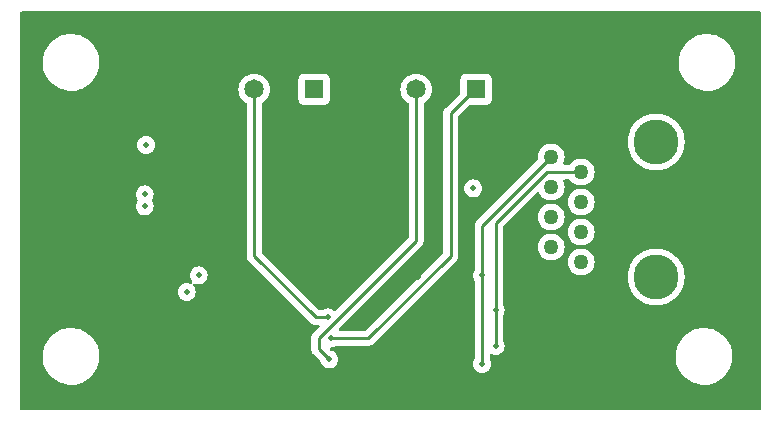
<source format=gbr>
%TF.GenerationSoftware,KiCad,Pcbnew,7.0.1*%
%TF.CreationDate,2023-04-09T11:27:42-07:00*%
%TF.ProjectId,RS485-Module,52533438-352d-44d6-9f64-756c652e6b69,rev?*%
%TF.SameCoordinates,Original*%
%TF.FileFunction,Copper,L4,Bot*%
%TF.FilePolarity,Positive*%
%FSLAX46Y46*%
G04 Gerber Fmt 4.6, Leading zero omitted, Abs format (unit mm)*
G04 Created by KiCad (PCBNEW 7.0.1) date 2023-04-09 11:27:42*
%MOMM*%
%LPD*%
G01*
G04 APERTURE LIST*
%TA.AperFunction,ComponentPad*%
%ADD10C,1.270000*%
%TD*%
%TA.AperFunction,ComponentPad*%
%ADD11C,3.810000*%
%TD*%
%TA.AperFunction,ComponentPad*%
%ADD12R,1.650000X1.650000*%
%TD*%
%TA.AperFunction,ComponentPad*%
%ADD13C,1.650000*%
%TD*%
%TA.AperFunction,ViaPad*%
%ADD14C,0.508000*%
%TD*%
%TA.AperFunction,Conductor*%
%ADD15C,0.254000*%
%TD*%
G04 APERTURE END LIST*
D10*
%TO.P,P4,1*%
%TO.N,Net-(J3-B)*%
X185674000Y-104013000D03*
%TO.P,P4,2*%
%TO.N,Net-(J1-B)*%
X183134000Y-102743000D03*
%TO.P,P4,3*%
%TO.N,unconnected-(P4-Pad3)*%
X185674000Y-101473000D03*
%TO.P,P4,4*%
%TO.N,unconnected-(P4-Pad4)*%
X183134000Y-100203000D03*
%TO.P,P4,5*%
%TO.N,unconnected-(P4-Pad5)*%
X185674000Y-98933000D03*
%TO.P,P4,6*%
%TO.N,unconnected-(P4-Pad6)*%
X183134000Y-97663000D03*
%TO.P,P4,7*%
%TO.N,Net-(J5-B)*%
X185674000Y-96393000D03*
%TO.P,P4,8*%
%TO.N,Net-(J7-B)*%
X183134000Y-95123000D03*
D11*
%TO.P,P4,9*%
%TO.N,N/C*%
X192024000Y-105283000D03*
%TO.P,P4,10*%
X192024000Y-93853000D03*
%TD*%
D12*
%TO.P,P3,1,5*%
%TO.N,Z*%
X176784000Y-89408000D03*
D13*
%TO.P,P3,2,6*%
%TO.N,Y*%
X171704000Y-89408000D03*
%TD*%
D12*
%TO.P,P2,1,5*%
%TO.N,A*%
X163068000Y-89408000D03*
D13*
%TO.P,P2,2,6*%
%TO.N,B*%
X157988000Y-89408000D03*
%TD*%
D14*
%TO.N,3.3V*%
X148717000Y-99314000D03*
X148717000Y-98298000D03*
X153289000Y-105156000D03*
%TO.N,Earth*%
X171831000Y-105283000D03*
%TO.N,Z*%
X164465000Y-110490000D03*
%TO.N,Y*%
X164338000Y-112268000D03*
%TO.N,B*%
X164211000Y-108712000D03*
%TO.N,Earth*%
X165354000Y-97790000D03*
%TO.N,3.3V*%
X176530000Y-97790000D03*
%TO.N,Net-(J7-B)*%
X177292000Y-112649000D03*
%TO.N,Net-(J5-B)*%
X178435000Y-111125000D03*
X178435000Y-108077000D03*
%TO.N,Net-(J7-B)*%
X177292000Y-105156000D03*
%TO.N,Earth*%
X172212000Y-111633000D03*
X152019000Y-113157000D03*
X150749000Y-111252000D03*
X147447000Y-101219000D03*
%TO.N,3.3V*%
X148844000Y-94107000D03*
%TO.N,Earth*%
X150495000Y-106426000D03*
X149225000Y-105156000D03*
%TO.N,3.3V*%
X152273000Y-106553000D03*
%TD*%
D15*
%TO.N,Z*%
X164465000Y-110490000D02*
X167640000Y-110490000D01*
X167640000Y-110490000D02*
X174625000Y-103505000D01*
X174625000Y-103505000D02*
X174625000Y-91440000D01*
X174625000Y-91440000D02*
X176784000Y-89281000D01*
%TO.N,Y*%
X171704000Y-89408000D02*
X171704000Y-102235000D01*
X171704000Y-102235000D02*
X163449000Y-110490000D01*
X163449000Y-110490000D02*
X163449000Y-111379000D01*
X163449000Y-111379000D02*
X164338000Y-112268000D01*
%TO.N,B*%
X163195000Y-108712000D02*
X157988000Y-103505000D01*
X164211000Y-108712000D02*
X163195000Y-108712000D01*
X157988000Y-103505000D02*
X157988000Y-89281000D01*
%TO.N,Net-(J7-B)*%
X177292000Y-112649000D02*
X177292000Y-112522000D01*
X177292000Y-112522000D02*
X177292000Y-105156000D01*
%TO.N,Net-(J5-B)*%
X178435000Y-111125000D02*
X178435000Y-110998000D01*
X178435000Y-110998000D02*
X178435000Y-108077000D01*
X178435000Y-100711000D02*
X182753000Y-96393000D01*
X178435000Y-108077000D02*
X178435000Y-100711000D01*
X182753000Y-96393000D02*
X185674000Y-96393000D01*
%TO.N,Net-(J7-B)*%
X177292000Y-105156000D02*
X177292000Y-100965000D01*
X177292000Y-100965000D02*
X183134000Y-95123000D01*
%TD*%
%TA.AperFunction,Conductor*%
%TO.N,Earth*%
G36*
X200851500Y-82821113D02*
G01*
X200896887Y-82866500D01*
X200913500Y-82928500D01*
X200913500Y-116461500D01*
X200896887Y-116523500D01*
X200851500Y-116568887D01*
X200789500Y-116585500D01*
X138300500Y-116585500D01*
X138238500Y-116568887D01*
X138193113Y-116523500D01*
X138176500Y-116461500D01*
X138176500Y-111936903D01*
X140089794Y-111936903D01*
X140099672Y-112244972D01*
X140148867Y-112549261D01*
X140236570Y-112844760D01*
X140361334Y-113126604D01*
X140361336Y-113126608D01*
X140361337Y-113126609D01*
X140521123Y-113390193D01*
X140713304Y-113631181D01*
X140934724Y-113845614D01*
X141181747Y-114029972D01*
X141450318Y-114181228D01*
X141736025Y-114296899D01*
X142034179Y-114375084D01*
X142339883Y-114414500D01*
X142570974Y-114414500D01*
X142570978Y-114414500D01*
X142620639Y-114411311D01*
X142801601Y-114399693D01*
X143104151Y-114340772D01*
X143396683Y-114243644D01*
X143674393Y-114109907D01*
X143932720Y-113941754D01*
X144167424Y-113741948D01*
X144297298Y-113598941D01*
X144374646Y-113513774D01*
X144374647Y-113513771D01*
X144374650Y-113513769D01*
X144550996Y-113260963D01*
X144693567Y-112987683D01*
X144696970Y-112978437D01*
X144800020Y-112698416D01*
X144859697Y-112436954D01*
X144868609Y-112397908D01*
X144898206Y-112091098D01*
X144888327Y-111783022D01*
X144839133Y-111478739D01*
X144751431Y-111183244D01*
X144744335Y-111167214D01*
X144626665Y-110901395D01*
X144626663Y-110901391D01*
X144466877Y-110637807D01*
X144274696Y-110396819D01*
X144053276Y-110182386D01*
X144034048Y-110168036D01*
X143806256Y-109998030D01*
X143806254Y-109998029D01*
X143806253Y-109998028D01*
X143537682Y-109846772D01*
X143251975Y-109731101D01*
X143017417Y-109669592D01*
X142953818Y-109652915D01*
X142701227Y-109620347D01*
X142648117Y-109613500D01*
X142417026Y-109613500D01*
X142417022Y-109613500D01*
X142186397Y-109628307D01*
X141883854Y-109687226D01*
X141751711Y-109731101D01*
X141591317Y-109784356D01*
X141591314Y-109784357D01*
X141591312Y-109784358D01*
X141313612Y-109918089D01*
X141055274Y-110086249D01*
X140820575Y-110286052D01*
X140613353Y-110514225D01*
X140437002Y-110767039D01*
X140294432Y-111040316D01*
X140187979Y-111329583D01*
X140119390Y-111630092D01*
X140089794Y-111936903D01*
X138176500Y-111936903D01*
X138176500Y-106552999D01*
X151513725Y-106552999D01*
X151532762Y-106721951D01*
X151588918Y-106882437D01*
X151679377Y-107026402D01*
X151799597Y-107146622D01*
X151799599Y-107146623D01*
X151799600Y-107146624D01*
X151943563Y-107237082D01*
X152104046Y-107293237D01*
X152216682Y-107305928D01*
X152272999Y-107312274D01*
X152272999Y-107312273D01*
X152273000Y-107312274D01*
X152441954Y-107293237D01*
X152602437Y-107237082D01*
X152746400Y-107146624D01*
X152866624Y-107026400D01*
X152957082Y-106882437D01*
X153013237Y-106721954D01*
X153032274Y-106553000D01*
X153013237Y-106384046D01*
X152957082Y-106223563D01*
X152866624Y-106079600D01*
X152866623Y-106079599D01*
X152866622Y-106079597D01*
X152832314Y-106045289D01*
X152799753Y-105987906D01*
X152801234Y-105921946D01*
X152836336Y-105866081D01*
X152895122Y-105836128D01*
X152960948Y-105840566D01*
X153033864Y-105866081D01*
X153120045Y-105896237D01*
X153289000Y-105915274D01*
X153457954Y-105896237D01*
X153618437Y-105840082D01*
X153762400Y-105749624D01*
X153882624Y-105629400D01*
X153973082Y-105485437D01*
X154029237Y-105324954D01*
X154048274Y-105156000D01*
X154029237Y-104987046D01*
X153973082Y-104826563D01*
X153882624Y-104682600D01*
X153882623Y-104682599D01*
X153882622Y-104682597D01*
X153762402Y-104562377D01*
X153618437Y-104471918D01*
X153457954Y-104415763D01*
X153457953Y-104415762D01*
X153457951Y-104415762D01*
X153289000Y-104396725D01*
X153120048Y-104415762D01*
X152959562Y-104471918D01*
X152815597Y-104562377D01*
X152695377Y-104682597D01*
X152604918Y-104826562D01*
X152548762Y-104987048D01*
X152529725Y-105155999D01*
X152548762Y-105324951D01*
X152604918Y-105485437D01*
X152695377Y-105629402D01*
X152729685Y-105663710D01*
X152762245Y-105721093D01*
X152760765Y-105787053D01*
X152725663Y-105842918D01*
X152666877Y-105872871D01*
X152601051Y-105868433D01*
X152441954Y-105812763D01*
X152441953Y-105812762D01*
X152441951Y-105812762D01*
X152273000Y-105793725D01*
X152104048Y-105812762D01*
X151943562Y-105868918D01*
X151799597Y-105959377D01*
X151679377Y-106079597D01*
X151588918Y-106223562D01*
X151532762Y-106384048D01*
X151513725Y-106552999D01*
X138176500Y-106552999D01*
X138176500Y-99314000D01*
X147957725Y-99314000D01*
X147976762Y-99482951D01*
X148032918Y-99643437D01*
X148123377Y-99787402D01*
X148243597Y-99907622D01*
X148243599Y-99907623D01*
X148243600Y-99907624D01*
X148387563Y-99998082D01*
X148548046Y-100054237D01*
X148717000Y-100073274D01*
X148885954Y-100054237D01*
X149046437Y-99998082D01*
X149190400Y-99907624D01*
X149310624Y-99787400D01*
X149401082Y-99643437D01*
X149457237Y-99482954D01*
X149476274Y-99314000D01*
X149457237Y-99145046D01*
X149401082Y-98984563D01*
X149330336Y-98871971D01*
X149311330Y-98805999D01*
X149330335Y-98740029D01*
X149401082Y-98627437D01*
X149457237Y-98466954D01*
X149476274Y-98298000D01*
X149457237Y-98129046D01*
X149401082Y-97968563D01*
X149310624Y-97824600D01*
X149310623Y-97824599D01*
X149310622Y-97824597D01*
X149190402Y-97704377D01*
X149046437Y-97613918D01*
X148885951Y-97557762D01*
X148717000Y-97538725D01*
X148548048Y-97557762D01*
X148387562Y-97613918D01*
X148243597Y-97704377D01*
X148123377Y-97824597D01*
X148032918Y-97968562D01*
X147976762Y-98129048D01*
X147957725Y-98297999D01*
X147976762Y-98466951D01*
X148032919Y-98627439D01*
X148103663Y-98740029D01*
X148122669Y-98806000D01*
X148103663Y-98871971D01*
X148032919Y-98984560D01*
X147976762Y-99145048D01*
X147957725Y-99314000D01*
X138176500Y-99314000D01*
X138176500Y-94106999D01*
X148084725Y-94106999D01*
X148103762Y-94275951D01*
X148159918Y-94436437D01*
X148250377Y-94580402D01*
X148370597Y-94700622D01*
X148370599Y-94700623D01*
X148370600Y-94700624D01*
X148514563Y-94791082D01*
X148675046Y-94847237D01*
X148844000Y-94866274D01*
X149012954Y-94847237D01*
X149173437Y-94791082D01*
X149317400Y-94700624D01*
X149437624Y-94580400D01*
X149528082Y-94436437D01*
X149584237Y-94275954D01*
X149603274Y-94107000D01*
X149584237Y-93938046D01*
X149528082Y-93777563D01*
X149437624Y-93633600D01*
X149437623Y-93633599D01*
X149437622Y-93633597D01*
X149317402Y-93513377D01*
X149173437Y-93422918D01*
X149012951Y-93366762D01*
X148844000Y-93347725D01*
X148675048Y-93366762D01*
X148514562Y-93422918D01*
X148370597Y-93513377D01*
X148250377Y-93633597D01*
X148159918Y-93777562D01*
X148103762Y-93938048D01*
X148084725Y-94106999D01*
X138176500Y-94106999D01*
X138176500Y-87044903D01*
X140089794Y-87044903D01*
X140099672Y-87352972D01*
X140148867Y-87657261D01*
X140236570Y-87952760D01*
X140361334Y-88234604D01*
X140361336Y-88234608D01*
X140361337Y-88234609D01*
X140521123Y-88498193D01*
X140713304Y-88739181D01*
X140934724Y-88953614D01*
X141181747Y-89137972D01*
X141450318Y-89289228D01*
X141736025Y-89404899D01*
X142034179Y-89483084D01*
X142339883Y-89522500D01*
X142570974Y-89522500D01*
X142570978Y-89522500D01*
X142620639Y-89519311D01*
X142801601Y-89507693D01*
X143104151Y-89448772D01*
X143226949Y-89408000D01*
X156657436Y-89408000D01*
X156677650Y-89639047D01*
X156685332Y-89667718D01*
X156737680Y-89863079D01*
X156835699Y-90073282D01*
X156968730Y-90263269D01*
X157132731Y-90427270D01*
X157307626Y-90549733D01*
X157346489Y-90594049D01*
X157360500Y-90651306D01*
X157360500Y-103422034D01*
X157358229Y-103442601D01*
X157360439Y-103512919D01*
X157360500Y-103516813D01*
X157360500Y-103544476D01*
X157361006Y-103548484D01*
X157361921Y-103560118D01*
X157363298Y-103603943D01*
X157368916Y-103623278D01*
X157372861Y-103642328D01*
X157375383Y-103662293D01*
X157391519Y-103703049D01*
X157395302Y-103714098D01*
X157407530Y-103756187D01*
X157407531Y-103756189D01*
X157407532Y-103756191D01*
X157417779Y-103773517D01*
X157426338Y-103790989D01*
X157433747Y-103809705D01*
X157459511Y-103845165D01*
X157465925Y-103854929D01*
X157488237Y-103892656D01*
X157502475Y-103906894D01*
X157515108Y-103921686D01*
X157526936Y-103937966D01*
X157560705Y-103965902D01*
X157569346Y-103973765D01*
X162692624Y-109097043D01*
X162705562Y-109113192D01*
X162756845Y-109161350D01*
X162759643Y-109164062D01*
X162779204Y-109183623D01*
X162782385Y-109186090D01*
X162791280Y-109193686D01*
X162823233Y-109223693D01*
X162840331Y-109233092D01*
X162840869Y-109233388D01*
X162857137Y-109244074D01*
X162873036Y-109256407D01*
X162873037Y-109256407D01*
X162873038Y-109256408D01*
X162913270Y-109273818D01*
X162923745Y-109278949D01*
X162962166Y-109300072D01*
X162981666Y-109305078D01*
X163000063Y-109311377D01*
X163018541Y-109319374D01*
X163061840Y-109326231D01*
X163073267Y-109328597D01*
X163115728Y-109339500D01*
X163135859Y-109339500D01*
X163155255Y-109341026D01*
X163175133Y-109344175D01*
X163214928Y-109340413D01*
X163218770Y-109340050D01*
X163230439Y-109339500D01*
X163412719Y-109339500D01*
X163469014Y-109353015D01*
X163513037Y-109390615D01*
X163535192Y-109444102D01*
X163530650Y-109501818D01*
X163500400Y-109551181D01*
X163063954Y-109987625D01*
X163047806Y-110000563D01*
X162999646Y-110051847D01*
X162996940Y-110054640D01*
X162977374Y-110074207D01*
X162974899Y-110077398D01*
X162967317Y-110086275D01*
X162937306Y-110118234D01*
X162927606Y-110135877D01*
X162916928Y-110152133D01*
X162904592Y-110168036D01*
X162887185Y-110208262D01*
X162882047Y-110218750D01*
X162860927Y-110257166D01*
X162855919Y-110276670D01*
X162849619Y-110295069D01*
X162841625Y-110313542D01*
X162834769Y-110356831D01*
X162832401Y-110368267D01*
X162821500Y-110410728D01*
X162821500Y-110430859D01*
X162819973Y-110450258D01*
X162816825Y-110470131D01*
X162820950Y-110513770D01*
X162821500Y-110525439D01*
X162821500Y-111296034D01*
X162819229Y-111316601D01*
X162821439Y-111386919D01*
X162821500Y-111390813D01*
X162821500Y-111418476D01*
X162822006Y-111422484D01*
X162822921Y-111434118D01*
X162824298Y-111477943D01*
X162829916Y-111497278D01*
X162833861Y-111516328D01*
X162836383Y-111536293D01*
X162852519Y-111577049D01*
X162856302Y-111588098D01*
X162868530Y-111630187D01*
X162868531Y-111630189D01*
X162868532Y-111630191D01*
X162878779Y-111647517D01*
X162887338Y-111664989D01*
X162894747Y-111683705D01*
X162920511Y-111719165D01*
X162926925Y-111728929D01*
X162949237Y-111766656D01*
X162963475Y-111780894D01*
X162976108Y-111795686D01*
X162987936Y-111811966D01*
X163021705Y-111839902D01*
X163030346Y-111847765D01*
X163566030Y-112383449D01*
X163595390Y-112430175D01*
X163653916Y-112597434D01*
X163744377Y-112741402D01*
X163864597Y-112861622D01*
X163864599Y-112861623D01*
X163864600Y-112861624D01*
X164008563Y-112952082D01*
X164169046Y-113008237D01*
X164338000Y-113027274D01*
X164506954Y-113008237D01*
X164667437Y-112952082D01*
X164811400Y-112861624D01*
X164931624Y-112741400D01*
X164989683Y-112649000D01*
X176532725Y-112649000D01*
X176551762Y-112817951D01*
X176607918Y-112978437D01*
X176698377Y-113122402D01*
X176818597Y-113242622D01*
X176818599Y-113242623D01*
X176818600Y-113242624D01*
X176962563Y-113333082D01*
X177123046Y-113389237D01*
X177292000Y-113408274D01*
X177460954Y-113389237D01*
X177621437Y-113333082D01*
X177765400Y-113242624D01*
X177885624Y-113122400D01*
X177976082Y-112978437D01*
X178032237Y-112817954D01*
X178051274Y-112649000D01*
X178032237Y-112480046D01*
X177976082Y-112319563D01*
X177938505Y-112259760D01*
X177919500Y-112193789D01*
X177919500Y-111936903D01*
X193683794Y-111936903D01*
X193693672Y-112244972D01*
X193742867Y-112549261D01*
X193830570Y-112844760D01*
X193955334Y-113126604D01*
X193955336Y-113126608D01*
X193955337Y-113126609D01*
X194115123Y-113390193D01*
X194307304Y-113631181D01*
X194528724Y-113845614D01*
X194775747Y-114029972D01*
X195044318Y-114181228D01*
X195330025Y-114296899D01*
X195628179Y-114375084D01*
X195933883Y-114414500D01*
X196164974Y-114414500D01*
X196164978Y-114414500D01*
X196214639Y-114411311D01*
X196395601Y-114399693D01*
X196698151Y-114340772D01*
X196990683Y-114243644D01*
X197268393Y-114109907D01*
X197526720Y-113941754D01*
X197761424Y-113741948D01*
X197891298Y-113598941D01*
X197968646Y-113513774D01*
X197968647Y-113513771D01*
X197968650Y-113513769D01*
X198144996Y-113260963D01*
X198287567Y-112987683D01*
X198290970Y-112978437D01*
X198394020Y-112698416D01*
X198453697Y-112436954D01*
X198462609Y-112397908D01*
X198492206Y-112091098D01*
X198482327Y-111783022D01*
X198433133Y-111478739D01*
X198345431Y-111183244D01*
X198338335Y-111167214D01*
X198220665Y-110901395D01*
X198220663Y-110901391D01*
X198060877Y-110637807D01*
X197868696Y-110396819D01*
X197647276Y-110182386D01*
X197628048Y-110168036D01*
X197400256Y-109998030D01*
X197400254Y-109998029D01*
X197400253Y-109998028D01*
X197131682Y-109846772D01*
X196845975Y-109731101D01*
X196611417Y-109669592D01*
X196547818Y-109652915D01*
X196295227Y-109620347D01*
X196242117Y-109613500D01*
X196011026Y-109613500D01*
X196011022Y-109613500D01*
X195780397Y-109628307D01*
X195477854Y-109687226D01*
X195345711Y-109731101D01*
X195185317Y-109784356D01*
X195185314Y-109784357D01*
X195185312Y-109784358D01*
X194907612Y-109918089D01*
X194649274Y-110086249D01*
X194414575Y-110286052D01*
X194207353Y-110514225D01*
X194031002Y-110767039D01*
X193888432Y-111040316D01*
X193781979Y-111329583D01*
X193713390Y-111630092D01*
X193683794Y-111936903D01*
X177919500Y-111936903D01*
X177919500Y-111916532D01*
X177936697Y-111853531D01*
X177983518Y-111808005D01*
X178046977Y-111792581D01*
X178091778Y-111806171D01*
X178092375Y-111804467D01*
X178105561Y-111809081D01*
X178105563Y-111809082D01*
X178266046Y-111865237D01*
X178435000Y-111884274D01*
X178603954Y-111865237D01*
X178764437Y-111809082D01*
X178908400Y-111718624D01*
X179028624Y-111598400D01*
X179119082Y-111454437D01*
X179175237Y-111293954D01*
X179194274Y-111125000D01*
X179175237Y-110956046D01*
X179119082Y-110795563D01*
X179081505Y-110735760D01*
X179062500Y-110669789D01*
X179062500Y-108532211D01*
X179081506Y-108466239D01*
X179119082Y-108406437D01*
X179175237Y-108245954D01*
X179194274Y-108077000D01*
X179175237Y-107908046D01*
X179119082Y-107747563D01*
X179081505Y-107687760D01*
X179062500Y-107621789D01*
X179062500Y-105283000D01*
X189613743Y-105283000D01*
X189632749Y-105585079D01*
X189689467Y-105882409D01*
X189753538Y-106079597D01*
X189783001Y-106170274D01*
X189911877Y-106444150D01*
X190074062Y-106699713D01*
X190218764Y-106874628D01*
X190266998Y-106932933D01*
X190487646Y-107140136D01*
X190732519Y-107318046D01*
X190997761Y-107463864D01*
X190997763Y-107463865D01*
X191279190Y-107575290D01*
X191572363Y-107650564D01*
X191796784Y-107678914D01*
X191872657Y-107688500D01*
X191872659Y-107688500D01*
X192175341Y-107688500D01*
X192175343Y-107688500D01*
X192242704Y-107679989D01*
X192475637Y-107650564D01*
X192768810Y-107575290D01*
X193050237Y-107463865D01*
X193315480Y-107318046D01*
X193315479Y-107318046D01*
X193560353Y-107140136D01*
X193584323Y-107117625D01*
X193781001Y-106932934D01*
X193973938Y-106699713D01*
X194136123Y-106444150D01*
X194264999Y-106170274D01*
X194358533Y-105882406D01*
X194415250Y-105585085D01*
X194434256Y-105283000D01*
X194415250Y-104980915D01*
X194358533Y-104683594D01*
X194264999Y-104395726D01*
X194136123Y-104121850D01*
X193973938Y-103866287D01*
X193781001Y-103633066D01*
X193746911Y-103601053D01*
X193560353Y-103425863D01*
X193315480Y-103247953D01*
X193050238Y-103102135D01*
X192768807Y-102990709D01*
X192475638Y-102915436D01*
X192175343Y-102877500D01*
X192175341Y-102877500D01*
X191872659Y-102877500D01*
X191872657Y-102877500D01*
X191572361Y-102915436D01*
X191279192Y-102990709D01*
X190997761Y-103102135D01*
X190732519Y-103247953D01*
X190487646Y-103425863D01*
X190266998Y-103633066D01*
X190083458Y-103854929D01*
X190074062Y-103866287D01*
X189990669Y-103997694D01*
X189911877Y-104121850D01*
X189782999Y-104395730D01*
X189689467Y-104683590D01*
X189632749Y-104980920D01*
X189613743Y-105283000D01*
X179062500Y-105283000D01*
X179062500Y-104012999D01*
X184533635Y-104012999D01*
X184553051Y-104222544D01*
X184610640Y-104424947D01*
X184704439Y-104613322D01*
X184831260Y-104781260D01*
X184986774Y-104923029D01*
X184986776Y-104923030D01*
X184986777Y-104923031D01*
X185165696Y-105033813D01*
X185361924Y-105109832D01*
X185568780Y-105148500D01*
X185779218Y-105148500D01*
X185779220Y-105148500D01*
X185986076Y-105109832D01*
X186182304Y-105033813D01*
X186361223Y-104923031D01*
X186516740Y-104781259D01*
X186643558Y-104613325D01*
X186643558Y-104613323D01*
X186643560Y-104613322D01*
X186737359Y-104424947D01*
X186794948Y-104222544D01*
X186797763Y-104192156D01*
X186814365Y-104013000D01*
X186798319Y-103839832D01*
X186794948Y-103803455D01*
X186737359Y-103601052D01*
X186643560Y-103412677D01*
X186516739Y-103244739D01*
X186361225Y-103102970D01*
X186182304Y-102992187D01*
X186079968Y-102952542D01*
X185986076Y-102916168D01*
X185779220Y-102877500D01*
X185568780Y-102877500D01*
X185365840Y-102915436D01*
X185361924Y-102916168D01*
X185165695Y-102992187D01*
X184986774Y-103102970D01*
X184831260Y-103244739D01*
X184704439Y-103412677D01*
X184610640Y-103601052D01*
X184553051Y-103803455D01*
X184533635Y-104012999D01*
X179062500Y-104012999D01*
X179062500Y-102743000D01*
X181993635Y-102743000D01*
X182013051Y-102952544D01*
X182070640Y-103154947D01*
X182164439Y-103343322D01*
X182291260Y-103511260D01*
X182446774Y-103653029D01*
X182446776Y-103653030D01*
X182446777Y-103653031D01*
X182625696Y-103763813D01*
X182821924Y-103839832D01*
X183028780Y-103878500D01*
X183239218Y-103878500D01*
X183239220Y-103878500D01*
X183446076Y-103839832D01*
X183642304Y-103763813D01*
X183821223Y-103653031D01*
X183976740Y-103511259D01*
X184103558Y-103343325D01*
X184103558Y-103343323D01*
X184103560Y-103343322D01*
X184197359Y-103154947D01*
X184254948Y-102952544D01*
X184258386Y-102915436D01*
X184274365Y-102743000D01*
X184258319Y-102569832D01*
X184254948Y-102533455D01*
X184197359Y-102331052D01*
X184103560Y-102142677D01*
X183976739Y-101974739D01*
X183821225Y-101832970D01*
X183642304Y-101722187D01*
X183539968Y-101682542D01*
X183446076Y-101646168D01*
X183239220Y-101607500D01*
X183028780Y-101607500D01*
X182821924Y-101646167D01*
X182821924Y-101646168D01*
X182625695Y-101722187D01*
X182446774Y-101832970D01*
X182291260Y-101974739D01*
X182164439Y-102142677D01*
X182070640Y-102331052D01*
X182013051Y-102533455D01*
X181993635Y-102743000D01*
X179062500Y-102743000D01*
X179062500Y-101473000D01*
X184533635Y-101473000D01*
X184553051Y-101682544D01*
X184610640Y-101884947D01*
X184704439Y-102073322D01*
X184831260Y-102241260D01*
X184986774Y-102383029D01*
X184986776Y-102383030D01*
X184986777Y-102383031D01*
X185165696Y-102493813D01*
X185361924Y-102569832D01*
X185568780Y-102608500D01*
X185779218Y-102608500D01*
X185779220Y-102608500D01*
X185986076Y-102569832D01*
X186182304Y-102493813D01*
X186361223Y-102383031D01*
X186516740Y-102241259D01*
X186643558Y-102073325D01*
X186643558Y-102073323D01*
X186643560Y-102073322D01*
X186737359Y-101884947D01*
X186794948Y-101682544D01*
X186798319Y-101646168D01*
X186814365Y-101473000D01*
X186798319Y-101299832D01*
X186794948Y-101263455D01*
X186737359Y-101061052D01*
X186643560Y-100872677D01*
X186516739Y-100704739D01*
X186361225Y-100562970D01*
X186182304Y-100452187D01*
X186079968Y-100412542D01*
X185986076Y-100376168D01*
X185779220Y-100337500D01*
X185568780Y-100337500D01*
X185361923Y-100376168D01*
X185361924Y-100376168D01*
X185165695Y-100452187D01*
X184986774Y-100562970D01*
X184831260Y-100704739D01*
X184704439Y-100872677D01*
X184610640Y-101061052D01*
X184553051Y-101263455D01*
X184533635Y-101473000D01*
X179062500Y-101473000D01*
X179062500Y-101022281D01*
X179071939Y-100974828D01*
X179098819Y-100934600D01*
X179695919Y-100337500D01*
X179830420Y-100202999D01*
X181993635Y-100202999D01*
X182013051Y-100412544D01*
X182070640Y-100614947D01*
X182164439Y-100803322D01*
X182291260Y-100971260D01*
X182446774Y-101113029D01*
X182446776Y-101113030D01*
X182446777Y-101113031D01*
X182625696Y-101223813D01*
X182821924Y-101299832D01*
X183028780Y-101338500D01*
X183239218Y-101338500D01*
X183239220Y-101338500D01*
X183446076Y-101299832D01*
X183642304Y-101223813D01*
X183821223Y-101113031D01*
X183976740Y-100971259D01*
X184103558Y-100803325D01*
X184103558Y-100803323D01*
X184103560Y-100803322D01*
X184197359Y-100614947D01*
X184254948Y-100412544D01*
X184258319Y-100376168D01*
X184274365Y-100203000D01*
X184258319Y-100029832D01*
X184254948Y-99993455D01*
X184197359Y-99791052D01*
X184103560Y-99602677D01*
X183976739Y-99434739D01*
X183821225Y-99292970D01*
X183642304Y-99182187D01*
X183546437Y-99145048D01*
X183446076Y-99106168D01*
X183239220Y-99067500D01*
X183028780Y-99067500D01*
X182821924Y-99106167D01*
X182821924Y-99106168D01*
X182625695Y-99182187D01*
X182446774Y-99292970D01*
X182291260Y-99434739D01*
X182164439Y-99602677D01*
X182070640Y-99791052D01*
X182013051Y-99993455D01*
X181993635Y-100202999D01*
X179830420Y-100202999D01*
X181100419Y-98932999D01*
X184533635Y-98932999D01*
X184553051Y-99142544D01*
X184610640Y-99344947D01*
X184704439Y-99533322D01*
X184831260Y-99701260D01*
X184986774Y-99843029D01*
X184986776Y-99843030D01*
X184986777Y-99843031D01*
X185165696Y-99953813D01*
X185361924Y-100029832D01*
X185568780Y-100068500D01*
X185779218Y-100068500D01*
X185779220Y-100068500D01*
X185986076Y-100029832D01*
X186182304Y-99953813D01*
X186361223Y-99843031D01*
X186516740Y-99701259D01*
X186643558Y-99533325D01*
X186643558Y-99533323D01*
X186643560Y-99533322D01*
X186737359Y-99344947D01*
X186794948Y-99142544D01*
X186798319Y-99106168D01*
X186814365Y-98933000D01*
X186799501Y-98772598D01*
X186794948Y-98723455D01*
X186737359Y-98521052D01*
X186643560Y-98332677D01*
X186516739Y-98164739D01*
X186361225Y-98022970D01*
X186182304Y-97912187D01*
X186079968Y-97872542D01*
X185986076Y-97836168D01*
X185779220Y-97797500D01*
X185568780Y-97797500D01*
X185361924Y-97836167D01*
X185361924Y-97836168D01*
X185165695Y-97912187D01*
X184986774Y-98022970D01*
X184831260Y-98164739D01*
X184704439Y-98332677D01*
X184610640Y-98521052D01*
X184553051Y-98723455D01*
X184533635Y-98932999D01*
X181100419Y-98932999D01*
X181911492Y-98121925D01*
X181961125Y-98091589D01*
X182019134Y-98087226D01*
X182072750Y-98109797D01*
X182110171Y-98154336D01*
X182164441Y-98263324D01*
X182291260Y-98431260D01*
X182446774Y-98573029D01*
X182446776Y-98573030D01*
X182446777Y-98573031D01*
X182625696Y-98683813D01*
X182821924Y-98759832D01*
X183028780Y-98798500D01*
X183239218Y-98798500D01*
X183239220Y-98798500D01*
X183446076Y-98759832D01*
X183642304Y-98683813D01*
X183821223Y-98573031D01*
X183976740Y-98431259D01*
X184103558Y-98263325D01*
X184103558Y-98263323D01*
X184103560Y-98263322D01*
X184197359Y-98074947D01*
X184254948Y-97872544D01*
X184259391Y-97824597D01*
X184274365Y-97663000D01*
X184258319Y-97489832D01*
X184254948Y-97453455D01*
X184197360Y-97251055D01*
X184171824Y-97199772D01*
X184158956Y-97138774D01*
X184177397Y-97079223D01*
X184222485Y-97036171D01*
X184282824Y-97020500D01*
X184663219Y-97020500D01*
X184718491Y-97033500D01*
X184762173Y-97069773D01*
X184831260Y-97161260D01*
X184986774Y-97303029D01*
X184986776Y-97303030D01*
X184986777Y-97303031D01*
X185165696Y-97413813D01*
X185361924Y-97489832D01*
X185568780Y-97528500D01*
X185779218Y-97528500D01*
X185779220Y-97528500D01*
X185986076Y-97489832D01*
X186182304Y-97413813D01*
X186361223Y-97303031D01*
X186516740Y-97161259D01*
X186643558Y-96993325D01*
X186643558Y-96993323D01*
X186643560Y-96993322D01*
X186737359Y-96804947D01*
X186794948Y-96602544D01*
X186797763Y-96572156D01*
X186814365Y-96393000D01*
X186794948Y-96183458D01*
X186794948Y-96183455D01*
X186737359Y-95981052D01*
X186643560Y-95792677D01*
X186516739Y-95624739D01*
X186361225Y-95482970D01*
X186182304Y-95372187D01*
X186079968Y-95332542D01*
X185986076Y-95296168D01*
X185779220Y-95257500D01*
X185568780Y-95257500D01*
X185361923Y-95296168D01*
X185361924Y-95296168D01*
X185165695Y-95372187D01*
X184986774Y-95482970D01*
X184831260Y-95624739D01*
X184762173Y-95716227D01*
X184718491Y-95752500D01*
X184663219Y-95765500D01*
X184282824Y-95765500D01*
X184222485Y-95749829D01*
X184177397Y-95706777D01*
X184158956Y-95647226D01*
X184171824Y-95586228D01*
X184197360Y-95534944D01*
X184254948Y-95332544D01*
X184260770Y-95269713D01*
X184274365Y-95123000D01*
X184254948Y-94913458D01*
X184254948Y-94913455D01*
X184197359Y-94711052D01*
X184103560Y-94522677D01*
X183976739Y-94354739D01*
X183821225Y-94212970D01*
X183642304Y-94102187D01*
X183642303Y-94102186D01*
X183446076Y-94026168D01*
X183239220Y-93987500D01*
X183028780Y-93987500D01*
X182821924Y-94026167D01*
X182821924Y-94026168D01*
X182625695Y-94102187D01*
X182446774Y-94212970D01*
X182291260Y-94354739D01*
X182164439Y-94522677D01*
X182070640Y-94711052D01*
X182013051Y-94913455D01*
X181993635Y-95122999D01*
X182009715Y-95296532D01*
X182002874Y-95350084D01*
X181973925Y-95395654D01*
X176906954Y-100462625D01*
X176890806Y-100475563D01*
X176842646Y-100526847D01*
X176839940Y-100529640D01*
X176820374Y-100549207D01*
X176817899Y-100552398D01*
X176810317Y-100561275D01*
X176780306Y-100593234D01*
X176770606Y-100610877D01*
X176759928Y-100627133D01*
X176747592Y-100643036D01*
X176730185Y-100683262D01*
X176725047Y-100693750D01*
X176703927Y-100732166D01*
X176698919Y-100751670D01*
X176692619Y-100770069D01*
X176684625Y-100788542D01*
X176677769Y-100831831D01*
X176675401Y-100843267D01*
X176664500Y-100885728D01*
X176664500Y-100905859D01*
X176662973Y-100925258D01*
X176659825Y-100945131D01*
X176663950Y-100988770D01*
X176664500Y-101000439D01*
X176664500Y-104700789D01*
X176645494Y-104766761D01*
X176607918Y-104826562D01*
X176551762Y-104987048D01*
X176532725Y-105155999D01*
X176551762Y-105324951D01*
X176607918Y-105485437D01*
X176645494Y-105545239D01*
X176664500Y-105611211D01*
X176664500Y-112193789D01*
X176645494Y-112259761D01*
X176607918Y-112319562D01*
X176551762Y-112480048D01*
X176532725Y-112649000D01*
X164989683Y-112649000D01*
X165022082Y-112597437D01*
X165078237Y-112436954D01*
X165097274Y-112268000D01*
X165078237Y-112099046D01*
X165022082Y-111938563D01*
X164931624Y-111794600D01*
X164931623Y-111794599D01*
X164931622Y-111794597D01*
X164811402Y-111674377D01*
X164667434Y-111583916D01*
X164500175Y-111525390D01*
X164453449Y-111496030D01*
X164414921Y-111457502D01*
X164381711Y-111397414D01*
X164385561Y-111328866D01*
X164425289Y-111272874D01*
X164488717Y-111246601D01*
X164633954Y-111230237D01*
X164794437Y-111174082D01*
X164854239Y-111136505D01*
X164920211Y-111117500D01*
X167557034Y-111117500D01*
X167577601Y-111119770D01*
X167580475Y-111119679D01*
X167580477Y-111119680D01*
X167647918Y-111117561D01*
X167651813Y-111117500D01*
X167679474Y-111117500D01*
X167679476Y-111117500D01*
X167683470Y-111116995D01*
X167695114Y-111116077D01*
X167738943Y-111114701D01*
X167758280Y-111109082D01*
X167777321Y-111105138D01*
X167797293Y-111102616D01*
X167838055Y-111086476D01*
X167849092Y-111082698D01*
X167891191Y-111070468D01*
X167908510Y-111060224D01*
X167925994Y-111051659D01*
X167944703Y-111044253D01*
X167980168Y-111018485D01*
X167989915Y-111012081D01*
X168027656Y-110989763D01*
X168041892Y-110975526D01*
X168056679Y-110962896D01*
X168072967Y-110951063D01*
X168100904Y-110917290D01*
X168108756Y-110908661D01*
X175010044Y-104007373D01*
X175026190Y-103994439D01*
X175028159Y-103992341D01*
X175028162Y-103992340D01*
X175074383Y-103943118D01*
X175077001Y-103940416D01*
X175096623Y-103920796D01*
X175099100Y-103917601D01*
X175106681Y-103908724D01*
X175136693Y-103876767D01*
X175146392Y-103859122D01*
X175157071Y-103842864D01*
X175169408Y-103826962D01*
X175186815Y-103786734D01*
X175191951Y-103776251D01*
X175213072Y-103737834D01*
X175218077Y-103718340D01*
X175224383Y-103699923D01*
X175232373Y-103681460D01*
X175232372Y-103681460D01*
X175232374Y-103681458D01*
X175239231Y-103638155D01*
X175241596Y-103626736D01*
X175252500Y-103584272D01*
X175252500Y-103564142D01*
X175254027Y-103544743D01*
X175254123Y-103544134D01*
X175257175Y-103524867D01*
X175253050Y-103481230D01*
X175252500Y-103469561D01*
X175252500Y-97790000D01*
X175770725Y-97790000D01*
X175789762Y-97958951D01*
X175845918Y-98119437D01*
X175936377Y-98263402D01*
X176056597Y-98383622D01*
X176056599Y-98383623D01*
X176056600Y-98383624D01*
X176200563Y-98474082D01*
X176361046Y-98530237D01*
X176530000Y-98549274D01*
X176698954Y-98530237D01*
X176859437Y-98474082D01*
X177003400Y-98383624D01*
X177123624Y-98263400D01*
X177214082Y-98119437D01*
X177270237Y-97958954D01*
X177289274Y-97790000D01*
X177270237Y-97621046D01*
X177214082Y-97460563D01*
X177123624Y-97316600D01*
X177123623Y-97316599D01*
X177123622Y-97316597D01*
X177003402Y-97196377D01*
X176859437Y-97105918D01*
X176698951Y-97049762D01*
X176530000Y-97030725D01*
X176361048Y-97049762D01*
X176200562Y-97105918D01*
X176056597Y-97196377D01*
X175936377Y-97316597D01*
X175845918Y-97460562D01*
X175789762Y-97621048D01*
X175770725Y-97790000D01*
X175252500Y-97790000D01*
X175252500Y-93852999D01*
X189613743Y-93852999D01*
X189632749Y-94155079D01*
X189689467Y-94452409D01*
X189782999Y-94740269D01*
X189783001Y-94740274D01*
X189911877Y-95014150D01*
X190074062Y-95269713D01*
X190158836Y-95372187D01*
X190266998Y-95502933D01*
X190487646Y-95710136D01*
X190732519Y-95888046D01*
X190997761Y-96033864D01*
X190997763Y-96033865D01*
X191279190Y-96145290D01*
X191572363Y-96220564D01*
X191796785Y-96248914D01*
X191872657Y-96258500D01*
X191872659Y-96258500D01*
X192175341Y-96258500D01*
X192175343Y-96258500D01*
X192242704Y-96249989D01*
X192475637Y-96220564D01*
X192768810Y-96145290D01*
X193050237Y-96033865D01*
X193315480Y-95888046D01*
X193315479Y-95888046D01*
X193560353Y-95710136D01*
X193651289Y-95624741D01*
X193781001Y-95502934D01*
X193973938Y-95269713D01*
X194136123Y-95014150D01*
X194264999Y-94740274D01*
X194358533Y-94452406D01*
X194415250Y-94155085D01*
X194434256Y-93853000D01*
X194415250Y-93550915D01*
X194358533Y-93253594D01*
X194264999Y-92965726D01*
X194136123Y-92691850D01*
X193973938Y-92436287D01*
X193781001Y-92203066D01*
X193560353Y-91995863D01*
X193315480Y-91817953D01*
X193050238Y-91672135D01*
X192768807Y-91560709D01*
X192475638Y-91485436D01*
X192175343Y-91447500D01*
X192175341Y-91447500D01*
X191872659Y-91447500D01*
X191872657Y-91447500D01*
X191572361Y-91485436D01*
X191279192Y-91560709D01*
X190997761Y-91672135D01*
X190732519Y-91817953D01*
X190487646Y-91995863D01*
X190266998Y-92203066D01*
X190074065Y-92436283D01*
X189911877Y-92691850D01*
X189782999Y-92965730D01*
X189689467Y-93253590D01*
X189632749Y-93550920D01*
X189613743Y-93852999D01*
X175252500Y-93852999D01*
X175252500Y-91751281D01*
X175261939Y-91703828D01*
X175288819Y-91663600D01*
X176182600Y-90769818D01*
X176222828Y-90742938D01*
X176270281Y-90733499D01*
X177656870Y-90733499D01*
X177656872Y-90733499D01*
X177716483Y-90727091D01*
X177851331Y-90676796D01*
X177966546Y-90590546D01*
X178052796Y-90475331D01*
X178103091Y-90340483D01*
X178109500Y-90280873D01*
X178109499Y-88535128D01*
X178103091Y-88475517D01*
X178052796Y-88340669D01*
X177966546Y-88225454D01*
X177851331Y-88139204D01*
X177716483Y-88088909D01*
X177656873Y-88082500D01*
X177656869Y-88082500D01*
X175911130Y-88082500D01*
X175851515Y-88088909D01*
X175716669Y-88139204D01*
X175601454Y-88225454D01*
X175515204Y-88340668D01*
X175464909Y-88475516D01*
X175458500Y-88535131D01*
X175458500Y-89667718D01*
X175449061Y-89715171D01*
X175422181Y-89755399D01*
X174239954Y-90937625D01*
X174223806Y-90950563D01*
X174175646Y-91001847D01*
X174172940Y-91004640D01*
X174153374Y-91024207D01*
X174150899Y-91027398D01*
X174143317Y-91036275D01*
X174113306Y-91068234D01*
X174103606Y-91085877D01*
X174092928Y-91102133D01*
X174080592Y-91118036D01*
X174063185Y-91158262D01*
X174058047Y-91168750D01*
X174036927Y-91207166D01*
X174031919Y-91226670D01*
X174025619Y-91245069D01*
X174017625Y-91263542D01*
X174010769Y-91306831D01*
X174008401Y-91318267D01*
X173997500Y-91360728D01*
X173997500Y-91380859D01*
X173995973Y-91400258D01*
X173992825Y-91420131D01*
X173996950Y-91463770D01*
X173997500Y-91475439D01*
X173997500Y-103193719D01*
X173988061Y-103241172D01*
X173961181Y-103281400D01*
X167416400Y-109826181D01*
X167376172Y-109853061D01*
X167328719Y-109862500D01*
X165263281Y-109862500D01*
X165206986Y-109848985D01*
X165162963Y-109811385D01*
X165140808Y-109757898D01*
X165145350Y-109700182D01*
X165175600Y-109650819D01*
X166873694Y-107952725D01*
X172089044Y-102737373D01*
X172105190Y-102724439D01*
X172107159Y-102722341D01*
X172107162Y-102722340D01*
X172153383Y-102673118D01*
X172156001Y-102670416D01*
X172175623Y-102650796D01*
X172178100Y-102647601D01*
X172185681Y-102638724D01*
X172215693Y-102606767D01*
X172225392Y-102589122D01*
X172236071Y-102572864D01*
X172248408Y-102556962D01*
X172265815Y-102516734D01*
X172270951Y-102506251D01*
X172292072Y-102467834D01*
X172297077Y-102448340D01*
X172303383Y-102429923D01*
X172311373Y-102411460D01*
X172311372Y-102411460D01*
X172311374Y-102411458D01*
X172318231Y-102368155D01*
X172320596Y-102356736D01*
X172331500Y-102314272D01*
X172331500Y-102294142D01*
X172333027Y-102274743D01*
X172333123Y-102274134D01*
X172336175Y-102254867D01*
X172332050Y-102211230D01*
X172331500Y-102199561D01*
X172331500Y-90651306D01*
X172345511Y-90594049D01*
X172384373Y-90549733D01*
X172559269Y-90427270D01*
X172723270Y-90263269D01*
X172856301Y-90073282D01*
X172954320Y-89863079D01*
X173014349Y-89639050D01*
X173034563Y-89408000D01*
X173014349Y-89176950D01*
X172954320Y-88952921D01*
X172856301Y-88742719D01*
X172723270Y-88552731D01*
X172559269Y-88388730D01*
X172369282Y-88255699D01*
X172272365Y-88210506D01*
X172159080Y-88157680D01*
X171935047Y-88097650D01*
X171704000Y-88077436D01*
X171472952Y-88097650D01*
X171248919Y-88157680D01*
X171038721Y-88255698D01*
X171038719Y-88255699D01*
X170848731Y-88388730D01*
X170848727Y-88388733D01*
X170684733Y-88552727D01*
X170684730Y-88552730D01*
X170684730Y-88552731D01*
X170554177Y-88739181D01*
X170551698Y-88742721D01*
X170453680Y-88952919D01*
X170393650Y-89176952D01*
X170373436Y-89408000D01*
X170393650Y-89639047D01*
X170401332Y-89667718D01*
X170453680Y-89863079D01*
X170551699Y-90073282D01*
X170684730Y-90263269D01*
X170848731Y-90427270D01*
X171023626Y-90549733D01*
X171062489Y-90594049D01*
X171076500Y-90651306D01*
X171076500Y-101923719D01*
X171067061Y-101971172D01*
X171040181Y-102011400D01*
X164896483Y-108155096D01*
X164840896Y-108187190D01*
X164776708Y-108187190D01*
X164721121Y-108155096D01*
X164684402Y-108118377D01*
X164540437Y-108027918D01*
X164379951Y-107971762D01*
X164211000Y-107952725D01*
X164042048Y-107971762D01*
X163881562Y-108027918D01*
X163821761Y-108065494D01*
X163755789Y-108084500D01*
X163506281Y-108084500D01*
X163458828Y-108075061D01*
X163418600Y-108048181D01*
X158651819Y-103281400D01*
X158624939Y-103241172D01*
X158615500Y-103193719D01*
X158615500Y-90651306D01*
X158629511Y-90594049D01*
X158668373Y-90549733D01*
X158843269Y-90427270D01*
X158989670Y-90280869D01*
X161742500Y-90280869D01*
X161748909Y-90340483D01*
X161799204Y-90475331D01*
X161885454Y-90590546D01*
X162000669Y-90676796D01*
X162135517Y-90727091D01*
X162195127Y-90733500D01*
X163940872Y-90733499D01*
X164000483Y-90727091D01*
X164135331Y-90676796D01*
X164250546Y-90590546D01*
X164336796Y-90475331D01*
X164387091Y-90340483D01*
X164393500Y-90280873D01*
X164393499Y-88535128D01*
X164387091Y-88475517D01*
X164336796Y-88340669D01*
X164250546Y-88225454D01*
X164135331Y-88139204D01*
X164000483Y-88088909D01*
X163940873Y-88082500D01*
X163940869Y-88082500D01*
X162195130Y-88082500D01*
X162135515Y-88088909D01*
X162000669Y-88139204D01*
X161885454Y-88225454D01*
X161799204Y-88340668D01*
X161748909Y-88475516D01*
X161742500Y-88535130D01*
X161742500Y-90280869D01*
X158989670Y-90280869D01*
X159007270Y-90263269D01*
X159140301Y-90073282D01*
X159238320Y-89863079D01*
X159298349Y-89639050D01*
X159318563Y-89408000D01*
X159298349Y-89176950D01*
X159238320Y-88952921D01*
X159140301Y-88742719D01*
X159007270Y-88552731D01*
X158843269Y-88388730D01*
X158653282Y-88255699D01*
X158556365Y-88210506D01*
X158443080Y-88157680D01*
X158219047Y-88097650D01*
X157988000Y-88077436D01*
X157756952Y-88097650D01*
X157532919Y-88157680D01*
X157322721Y-88255698D01*
X157322719Y-88255699D01*
X157132731Y-88388730D01*
X157132727Y-88388733D01*
X156968733Y-88552727D01*
X156968730Y-88552730D01*
X156968730Y-88552731D01*
X156838177Y-88739181D01*
X156835698Y-88742721D01*
X156737680Y-88952919D01*
X156677650Y-89176952D01*
X156657436Y-89408000D01*
X143226949Y-89408000D01*
X143396683Y-89351644D01*
X143674393Y-89217907D01*
X143932720Y-89049754D01*
X144167424Y-88849948D01*
X144297298Y-88706941D01*
X144374646Y-88621774D01*
X144374647Y-88621771D01*
X144374650Y-88621769D01*
X144550996Y-88368963D01*
X144693567Y-88095683D01*
X144800020Y-87806415D01*
X144868609Y-87505908D01*
X144898206Y-87199098D01*
X144893261Y-87044903D01*
X193937794Y-87044903D01*
X193947672Y-87352972D01*
X193996867Y-87657261D01*
X194084570Y-87952760D01*
X194209334Y-88234604D01*
X194209336Y-88234608D01*
X194209337Y-88234609D01*
X194369123Y-88498193D01*
X194561304Y-88739181D01*
X194782724Y-88953614D01*
X195029747Y-89137972D01*
X195298318Y-89289228D01*
X195584025Y-89404899D01*
X195882179Y-89483084D01*
X196187883Y-89522500D01*
X196418974Y-89522500D01*
X196418978Y-89522500D01*
X196468639Y-89519311D01*
X196649601Y-89507693D01*
X196952151Y-89448772D01*
X197244683Y-89351644D01*
X197522393Y-89217907D01*
X197780720Y-89049754D01*
X198015424Y-88849948D01*
X198145298Y-88706941D01*
X198222646Y-88621774D01*
X198222647Y-88621771D01*
X198222650Y-88621769D01*
X198398996Y-88368963D01*
X198541567Y-88095683D01*
X198648020Y-87806415D01*
X198716609Y-87505908D01*
X198746206Y-87199098D01*
X198736327Y-86891022D01*
X198687133Y-86586739D01*
X198599431Y-86291244D01*
X198599429Y-86291239D01*
X198474665Y-86009395D01*
X198393218Y-85875039D01*
X198314877Y-85745807D01*
X198122696Y-85504819D01*
X197901276Y-85290386D01*
X197654253Y-85106028D01*
X197385682Y-84954772D01*
X197099975Y-84839101D01*
X196865416Y-84777592D01*
X196801818Y-84760915D01*
X196549227Y-84728347D01*
X196496117Y-84721500D01*
X196265026Y-84721500D01*
X196265022Y-84721500D01*
X196034397Y-84736307D01*
X195731854Y-84795226D01*
X195599711Y-84839101D01*
X195439317Y-84892356D01*
X195439314Y-84892357D01*
X195439312Y-84892358D01*
X195161612Y-85026089D01*
X194903274Y-85194249D01*
X194668575Y-85394052D01*
X194461353Y-85622225D01*
X194285002Y-85875039D01*
X194142432Y-86148316D01*
X194035979Y-86437583D01*
X193967390Y-86738092D01*
X193937794Y-87044903D01*
X144893261Y-87044903D01*
X144888327Y-86891022D01*
X144839133Y-86586739D01*
X144751431Y-86291244D01*
X144751429Y-86291239D01*
X144626665Y-86009395D01*
X144545218Y-85875039D01*
X144466877Y-85745807D01*
X144274696Y-85504819D01*
X144053276Y-85290386D01*
X143806253Y-85106028D01*
X143537682Y-84954772D01*
X143251975Y-84839101D01*
X143017416Y-84777592D01*
X142953818Y-84760915D01*
X142701227Y-84728347D01*
X142648117Y-84721500D01*
X142417026Y-84721500D01*
X142417022Y-84721500D01*
X142186397Y-84736307D01*
X141883854Y-84795226D01*
X141751711Y-84839101D01*
X141591317Y-84892356D01*
X141591314Y-84892357D01*
X141591312Y-84892358D01*
X141313612Y-85026089D01*
X141055274Y-85194249D01*
X140820575Y-85394052D01*
X140613353Y-85622225D01*
X140437002Y-85875039D01*
X140294432Y-86148316D01*
X140187979Y-86437583D01*
X140119390Y-86738092D01*
X140089794Y-87044903D01*
X138176500Y-87044903D01*
X138176500Y-82928500D01*
X138193113Y-82866500D01*
X138238500Y-82821113D01*
X138300500Y-82804500D01*
X200789500Y-82804500D01*
X200851500Y-82821113D01*
G37*
%TD.AperFunction*%
%TD*%
M02*

</source>
